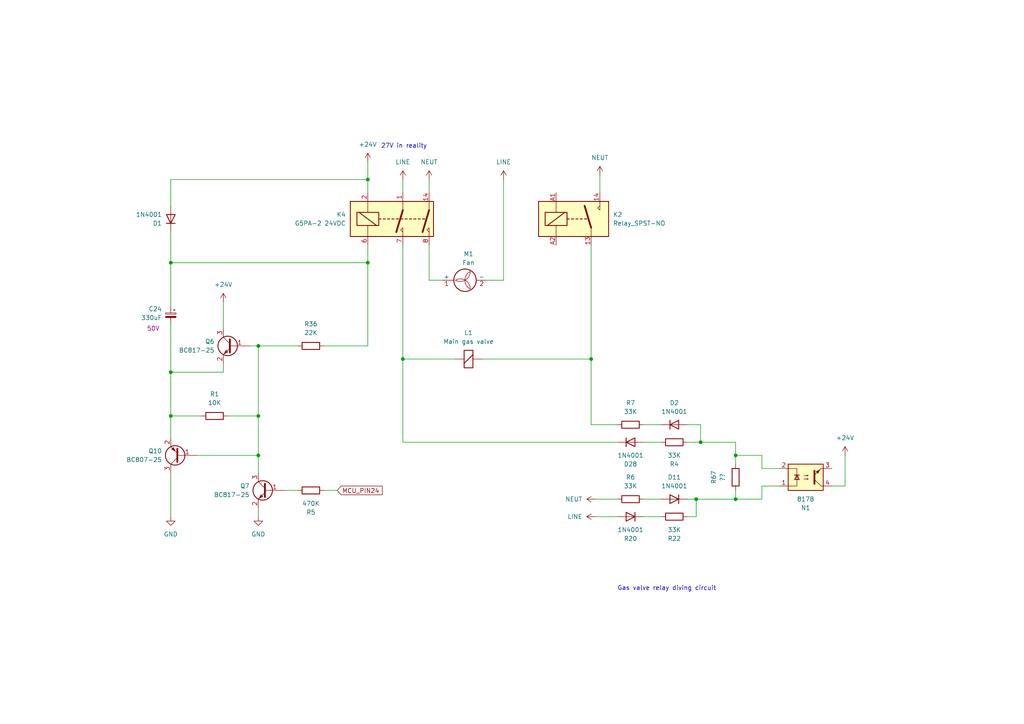
<source format=kicad_sch>
(kicad_sch (version 20230121) (generator eeschema)
  (paper "A4")
  (lib_symbols
    (symbol "Device:C_Polarized_Small" (pin_numbers hide) (pin_names (offset 0.254) hide)
      (property "Reference" "C" (at 0.254 1.778 0))
      (property "Value" "C_Polarized_Small" (at 0.254 -2.032 0))
      (symbol "C_Polarized_Small_0_1"
        (rectangle (start -1.524 -0.3048) (end 1.524 -0.6858) (fill (type outline)))
        (rectangle (start -1.524 0.6858) (end 1.524 0.3048))
        (polyline (pts (xy -1.27 1.524) (xy -0.762 1.524)))
        (polyline (pts (xy -1.016 1.27) (xy -1.016 1.778)))
      )
      (symbol "C_Polarized_Small_1_1"
        (pin passive line (at 0 2.54 270) (length 1.8542) (name "~") (number "1"))
        (pin passive line (at 0 -2.54 90) (length 1.8542) (name "~") (number "2"))
      )
    )
    (symbol "Device:ElectromagneticActor" (pin_numbers hide) (pin_names (offset 0.0254) hide)
      (property "Reference" "L" (at 1.27 3.81 0))
      (property "Value" "ElectromagneticActor" (at 1.27 -1.27 0))
      (symbol "ElectromagneticActor_0_1"
        (rectangle (start -2.54 2.54) (end 2.54 0) (stroke (width 0.254)))
        (polyline (pts (xy -1.27 2.54) (xy 1.27 0)) (stroke (width 0.254)))
      )
      (symbol "ElectromagneticActor_1_1"
        (pin passive line (at 0 5.08 270) (length 2.54) (name "-") (number "1"))
        (pin passive line (at 0 -2.54 90) (length 2.54) (name "+") (number "2"))
      )
    )
    (symbol "Device:R" (pin_numbers hide) (pin_names (offset 0))
      (property "Reference" "R" (at 2.032 0 90))
      (property "Value" "R" (at 0 0 90))
      (symbol "R_0_1"
        (rectangle (start -1.016 -2.54) (end 1.016 2.54) (stroke (width 0.254)))
      )
      (symbol "R_1_1"
        (pin passive line (at 0 3.81 270) (length 1.27) (name "~") (number "1"))
        (pin passive line (at 0 -3.81 90) (length 1.27) (name "~") (number "2"))
      )
    )
    (symbol "Diode:1N4001" (pin_numbers hide) (pin_names hide)
      (property "Reference" "D" (at 0 2.54 0))
      (property "Value" "1N4001" (at 0 -2.54 0))
      (symbol "1N4001_0_1"
        (polyline (pts (xy -1.27 1.27) (xy -1.27 -1.27)) (stroke (width 0.254)))
        (polyline (pts (xy 1.27 0) (xy -1.27 0)))
        (polyline (pts (xy 1.27 1.27) (xy 1.27 -1.27) (xy -1.27 0) (xy 1.27 1.27)) (stroke (width 0.254)))
      )
      (symbol "1N4001_1_1"
        (pin passive line (at -3.81 0 0) (length 2.54) (name "K") (number "1"))
        (pin passive line (at 3.81 0 180) (length 2.54) (name "A") (number "2"))
      )
    )
    (symbol "Isolator:EL817" (pin_names (offset 1.016))
      (property "Reference" "U" (at -5.08 5.08 0))
      (property "Value" "EL817" (at 0 5.08 0))
      (symbol "EL817_0_1"
        (rectangle (start -5.08 3.81) (end 5.08 -3.81) (stroke (width 0.254)) (fill (type background)))
        (polyline (pts (xy -3.175 -0.635) (xy -1.905 -0.635)) (stroke (width 0.254)))
        (polyline (pts (xy 2.54 0.635) (xy 4.445 2.54)))
        (polyline (pts (xy 4.445 -2.54) (xy 2.54 -0.635)) (fill (type outline)))
        (polyline (pts (xy 4.445 -2.54) (xy 5.08 -2.54)))
        (polyline (pts (xy 4.445 2.54) (xy 5.08 2.54)))
        (polyline (pts (xy -5.08 2.54) (xy -2.54 2.54) (xy -2.54 -0.635)))
        (polyline (pts (xy -2.54 -0.635) (xy -2.54 -2.54) (xy -5.08 -2.54)))
        (polyline (pts (xy 2.54 1.905) (xy 2.54 -1.905) (xy 2.54 -1.905)) (stroke (width 0.508)))
        (polyline (pts (xy -2.54 -0.635) (xy -3.175 0.635) (xy -1.905 0.635) (xy -2.54 -0.635)) (stroke (width 0.254)))
        (polyline (pts (xy -0.508 -0.508) (xy 0.762 -0.508) (xy 0.381 -0.635) (xy 0.381 -0.381) (xy 0.762 -0.508)))
        (polyline (pts (xy -0.508 0.508) (xy 0.762 0.508) (xy 0.381 0.381) (xy 0.381 0.635) (xy 0.762 0.508)))
        (polyline (pts (xy 3.048 -1.651) (xy 3.556 -1.143) (xy 4.064 -2.159) (xy 3.048 -1.651) (xy 3.048 -1.651)) (fill (type outline)))
      )
      (symbol "EL817_1_1"
        (pin passive line (at -7.62 2.54 0) (length 2.54) (name "~") (number "1"))
        (pin passive line (at -7.62 -2.54 0) (length 2.54) (name "~") (number "2"))
        (pin passive line (at 7.62 -2.54 180) (length 2.54) (name "~") (number "3"))
        (pin passive line (at 7.62 2.54 180) (length 2.54) (name "~") (number "4"))
      )
    )
    (symbol "Motor:Fan" (pin_names (offset 0))
      (property "Reference" "M" (at 2.54 5.08 0))
      (property "Value" "Fan" (at 2.54 -2.54 0))
      (symbol "Fan_0_1"
        (arc (start -2.54 -0.508) (mid 0.0028 0.9121) (end 0 3.81))
        (polyline (pts (xy 0 -5.08) (xy 0 -4.572)))
        (polyline (pts (xy 0 -2.2352) (xy 0 -2.6416)))
        (polyline (pts (xy 0 4.2672) (xy 0 4.6228)))
        (polyline (pts (xy 0 4.572) (xy 0 5.08)))
        (circle (center 0 1.016) (radius 3.2512) (stroke (width 0.254)))
        (arc (start 0 3.81) (mid 0.053 0.921) (end 2.54 -0.508))
        (arc (start 2.54 -0.508) (mid 0 1.0618) (end -2.54 -0.508))
      )
      (symbol "Fan_1_1"
        (pin passive line (at 0 7.62 270) (length 2.54) (name "+") (number "1"))
        (pin passive line (at 0 -5.08 90) (length 2.54) (name "-") (number "2"))
      )
    )
    (symbol "Relay:DIPxx-2Axx-21x"
      (property "Reference" "K" (at 12.7 3.81 0))
      (property "Value" "DIPxx-2Axx-21x" (at 12.7 1.27 0))
      (symbol "DIPxx-2Axx-21x_0_0"
        (polyline (pts (xy 2.54 5.08) (xy 2.54 2.54) (xy 1.905 3.175) (xy 2.54 3.81)))
        (polyline (pts (xy 10.16 5.08) (xy 10.16 2.54) (xy 9.525 3.175) (xy 10.16 3.81)))
      )
      (symbol "DIPxx-2Axx-21x_0_1"
        (rectangle (start -12.7 5.08) (end 11.43 -5.08) (stroke (width 0.254)) (fill (type background)))
        (rectangle (start -10.795 1.905) (end -4.445 -1.905) (stroke (width 0.254)))
        (polyline (pts (xy -10.16 -1.905) (xy -5.08 1.905)) (stroke (width 0.254)))
        (polyline (pts (xy -7.62 -5.08) (xy -7.62 -1.905)))
        (polyline (pts (xy -7.62 5.08) (xy -7.62 1.905)))
        (polyline (pts (xy -4.445 0) (xy -3.81 0)) (stroke (width 0.254)))
        (polyline (pts (xy -3.175 0) (xy -2.54 0)) (stroke (width 0.254)))
        (polyline (pts (xy -1.905 0) (xy -1.27 0)) (stroke (width 0.254)))
        (polyline (pts (xy -0.635 0) (xy 0 0)) (stroke (width 0.254)))
        (polyline (pts (xy 0.635 0) (xy 1.27 0)) (stroke (width 0.254)))
        (polyline (pts (xy 1.905 0) (xy 2.54 0)) (stroke (width 0.254)))
        (polyline (pts (xy 2.54 -2.54) (xy 0.635 3.81)) (stroke (width 0.508)))
        (polyline (pts (xy 2.54 -2.54) (xy 2.54 -5.08)))
        (polyline (pts (xy 3.175 0) (xy 3.81 0)) (stroke (width 0.254)))
        (polyline (pts (xy 4.445 0) (xy 5.08 0)) (stroke (width 0.254)))
        (polyline (pts (xy 5.715 0) (xy 6.35 0)) (stroke (width 0.254)))
        (polyline (pts (xy 6.985 0) (xy 7.62 0)) (stroke (width 0.254)))
        (polyline (pts (xy 8.255 0) (xy 8.89 0)) (stroke (width 0.254)))
        (polyline (pts (xy 10.16 -2.54) (xy 8.255 3.81)) (stroke (width 0.508)))
        (polyline (pts (xy 10.16 -2.54) (xy 10.16 -5.08)))
      )
      (symbol "DIPxx-2Axx-21x_1_1"
        (pin passive line (at 2.54 -7.62 90) (length 2.54) (name "~") (number "1"))
        (pin passive line (at 10.16 -7.62 90) (length 2.54) (name "~") (number "14"))
        (pin passive line (at -7.62 -7.62 90) (length 2.54) (name "~") (number "2"))
        (pin passive line (at -7.62 7.62 270) (length 2.54) (name "~") (number "6"))
        (pin passive line (at 2.54 7.62 270) (length 2.54) (name "~") (number "7"))
        (pin passive line (at 10.16 7.62 270) (length 2.54) (name "~") (number "8"))
      )
    )
    (symbol "Relay:Relay_SPST-NO"
      (property "Reference" "K" (at 11.43 3.81 0))
      (property "Value" "Relay_SPST-NO" (at 11.43 1.27 0))
      (symbol "Relay_SPST-NO_0_0"
        (polyline (pts (xy 7.62 5.08) (xy 7.62 2.54) (xy 6.985 3.175) (xy 7.62 3.81)))
      )
      (symbol "Relay_SPST-NO_0_1"
        (rectangle (start -10.16 5.08) (end 10.16 -5.08) (stroke (width 0.254)) (fill (type background)))
        (rectangle (start -8.255 1.905) (end -1.905 -1.905) (stroke (width 0.254)))
        (polyline (pts (xy -7.62 -1.905) (xy -2.54 1.905)) (stroke (width 0.254)))
        (polyline (pts (xy -5.08 -5.08) (xy -5.08 -1.905)))
        (polyline (pts (xy -5.08 5.08) (xy -5.08 1.905)))
        (polyline (pts (xy -1.905 0) (xy -1.27 0)) (stroke (width 0.254)))
        (polyline (pts (xy -0.635 0) (xy 0 0)) (stroke (width 0.254)))
        (polyline (pts (xy 0.635 0) (xy 1.27 0)) (stroke (width 0.254)))
        (polyline (pts (xy 1.905 0) (xy 2.54 0)) (stroke (width 0.254)))
        (polyline (pts (xy 3.175 0) (xy 3.81 0)) (stroke (width 0.254)))
        (polyline (pts (xy 5.08 -2.54) (xy 3.175 3.81)) (stroke (width 0.508)))
        (polyline (pts (xy 5.08 -2.54) (xy 5.08 -5.08)))
      )
      (symbol "Relay_SPST-NO_1_1"
        (pin passive line (at 5.08 -7.62 90) (length 2.54) (name "~") (number "13"))
        (pin passive line (at 7.62 7.62 270) (length 2.54) (name "~") (number "14"))
        (pin passive line (at -5.08 7.62 270) (length 2.54) (name "~") (number "A1"))
        (pin passive line (at -5.08 -7.62 90) (length 2.54) (name "~") (number "A2"))
      )
    )
    (symbol "Transistor_BJT:BC807" (pin_names (offset 0) hide)
      (property "Reference" "Q" (at 5.08 1.905 0))
      (property "Value" "BC807" (at 5.08 0 0))
      (symbol "BC807_0_1"
        (polyline (pts (xy 0.635 0.635) (xy 2.54 2.54)))
        (polyline (pts (xy 0.635 -0.635) (xy 2.54 -2.54) (xy 2.54 -2.54)))
        (polyline (pts (xy 0.635 1.905) (xy 0.635 -1.905) (xy 0.635 -1.905)) (stroke (width 0.508)))
        (polyline (pts (xy 2.286 -1.778) (xy 1.778 -2.286) (xy 1.27 -1.27) (xy 2.286 -1.778) (xy 2.286 -1.778)) (fill (type outline)))
        (circle (center 1.27 0) (radius 2.8194) (stroke (width 0.254)))
      )
      (symbol "BC807_1_1"
        (pin input line (at -5.08 0 0) (length 5.715) (name "B") (number "1"))
        (pin passive line (at 2.54 -5.08 90) (length 2.54) (name "E") (number "2"))
        (pin passive line (at 2.54 5.08 270) (length 2.54) (name "C") (number "3"))
      )
    )
    (symbol "Transistor_BJT:BC817" (pin_names (offset 0) hide)
      (property "Reference" "Q" (at 5.08 1.905 0))
      (property "Value" "BC817" (at 5.08 0 0))
      (symbol "BC817_0_1"
        (polyline (pts (xy 0.635 0.635) (xy 2.54 2.54)))
        (polyline (pts (xy 0.635 -0.635) (xy 2.54 -2.54) (xy 2.54 -2.54)))
        (polyline (pts (xy 0.635 1.905) (xy 0.635 -1.905) (xy 0.635 -1.905)) (stroke (width 0.508)))
        (polyline (pts (xy 1.27 -1.778) (xy 1.778 -1.27) (xy 2.286 -2.286) (xy 1.27 -1.778) (xy 1.27 -1.778)) (fill (type outline)))
        (circle (center 1.27 0) (radius 2.8194) (stroke (width 0.254)))
      )
      (symbol "BC817_1_1"
        (pin input line (at -5.08 0 0) (length 5.715) (name "B") (number "1"))
        (pin passive line (at 2.54 -5.08 90) (length 2.54) (name "E") (number "2"))
        (pin passive line (at 2.54 5.08 270) (length 2.54) (name "C") (number "3"))
      )
    )
    (symbol "power:+24V" (power) (pin_names (offset 0))
      (property "Value" "+24V" (at 0 3.556 0))
      (symbol "+24V_0_1"
        (polyline (pts (xy -0.762 1.27) (xy 0 2.54)))
        (polyline (pts (xy 0 0) (xy 0 2.54)))
        (polyline (pts (xy 0 2.54) (xy 0.762 1.27)))
      )
      (symbol "+24V_1_1"
        (pin power_in line (at 0 0 90) (length 0) hide (name "+24V") (number "1"))
      )
    )
    (symbol "power:GND" (power) (pin_names (offset 0))
      (property "Value" "GND" (at 0 -3.81 0))
      (symbol "GND_0_1"
        (polyline (pts (xy 0 0) (xy 0 -1.27) (xy 1.27 -1.27) (xy 0 -2.54) (xy -1.27 -1.27) (xy 0 -1.27)))
      )
      (symbol "GND_1_1"
        (pin power_in line (at 0 0 270) (length 0) hide (name "GND") (number "1"))
      )
    )
    (symbol "power:LINE" (power) (pin_names (offset 0))
      (property "Value" "LINE" (at 0 3.81 0))
      (symbol "LINE_0_1"
        (polyline (pts (xy -0.762 1.27) (xy 0 2.54)))
        (polyline (pts (xy 0 0) (xy 0 2.54)))
        (polyline (pts (xy 0 2.54) (xy 0.762 1.27)))
      )
      (symbol "LINE_1_1"
        (pin power_in line (at 0 0 90) (length 0) hide (name "LINE") (number "1"))
      )
    )
    (symbol "power:NEUT" (power) (pin_names (offset 0))
      (property "Value" "NEUT" (at 0 3.81 0))
      (symbol "NEUT_0_1"
        (polyline (pts (xy -0.762 1.27) (xy 0 2.54)))
        (polyline (pts (xy 0 0) (xy 0 2.54)))
        (polyline (pts (xy 0 2.54) (xy 0.762 1.27)))
      )
      (symbol "NEUT_1_1"
        (pin power_in line (at 0 0 90) (length 0) hide (name "NEUT") (number "1"))
      )
    )
  )
  (junction (at 106.68 52.07))
  (junction (at 213.36 132.08))
  (junction (at 203.2 128.27))
  (junction (at 74.93 132.08))
  (junction (at 106.68 76.2))
  (junction (at 171.45 104.14))
  (junction (at 49.53 107.95))
  (junction (at 49.53 76.2))
  (junction (at 49.53 120.65))
  (junction (at 213.36 144.78))
  (junction (at 74.93 120.65))
  (junction (at 74.93 100.33))
  (junction (at 116.84 104.14))
  (junction (at 201.93 144.78))
  (wire (pts (xy 146.05 81.28) (xy 146.05 52.07)))
  (wire (pts (xy 74.93 100.33) (xy 74.93 120.65)))
  (wire (pts (xy 57.15 132.08) (xy 74.93 132.08)))
  (wire (pts (xy 179.07 128.27) (xy 116.84 128.27)))
  (wire (pts (xy 213.36 132.08) (xy 213.36 128.27)))
  (wire (pts (xy 241.3 140.97) (xy 245.11 140.97)))
  (wire (pts (xy 49.53 107.95) (xy 64.77 107.95)))
  (wire (pts (xy 128.27 81.28) (xy 124.46 81.28)))
  (wire (pts (xy 213.36 132.08) (xy 213.36 134.62)))
  (wire (pts (xy 106.68 55.88) (xy 106.68 52.07)))
  (wire (pts (xy 74.93 132.08) (xy 74.93 120.65)))
  (wire (pts (xy 186.69 149.86) (xy 191.77 149.86)))
  (wire (pts (xy 186.69 128.27) (xy 191.77 128.27)))
  (wire (pts (xy 173.99 50.8) (xy 173.99 55.88)))
  (wire (pts (xy 186.69 144.78) (xy 191.77 144.78)))
  (wire (pts (xy 179.07 123.19) (xy 171.45 123.19)))
  (wire (pts (xy 171.45 123.19) (xy 171.45 104.14)))
  (wire (pts (xy 106.68 52.07) (xy 106.68 46.99)))
  (wire (pts (xy 106.68 52.07) (xy 49.53 52.07)))
  (wire (pts (xy 213.36 144.78) (xy 213.36 142.24)))
  (wire (pts (xy 132.08 104.14) (xy 116.84 104.14)))
  (wire (pts (xy 203.2 128.27) (xy 199.39 128.27)))
  (wire (pts (xy 93.98 142.24) (xy 97.79 142.24)))
  (wire (pts (xy 201.93 149.86) (xy 201.93 144.78)))
  (wire (pts (xy 116.84 128.27) (xy 116.84 104.14)))
  (wire (pts (xy 201.93 144.78) (xy 199.39 144.78)))
  (wire (pts (xy 201.93 144.78) (xy 213.36 144.78)))
  (wire (pts (xy 49.53 76.2) (xy 49.53 67.31)))
  (wire (pts (xy 124.46 81.28) (xy 124.46 71.12)))
  (wire (pts (xy 64.77 105.41) (xy 64.77 107.95)))
  (wire (pts (xy 199.39 149.86) (xy 201.93 149.86)))
  (wire (pts (xy 245.11 132.08) (xy 245.11 140.97)))
  (wire (pts (xy 140.97 81.28) (xy 146.05 81.28)))
  (wire (pts (xy 64.77 87.63) (xy 64.77 95.25)))
  (wire (pts (xy 186.69 123.19) (xy 191.77 123.19)))
  (wire (pts (xy 49.53 76.2) (xy 49.53 88.9)))
  (wire (pts (xy 226.06 140.97) (xy 220.98 140.97)))
  (wire (pts (xy 203.2 128.27) (xy 213.36 128.27)))
  (wire (pts (xy 49.53 120.65) (xy 49.53 127)))
  (wire (pts (xy 172.72 149.86) (xy 179.07 149.86)))
  (wire (pts (xy 49.53 52.07) (xy 49.53 59.69)))
  (wire (pts (xy 93.98 100.33) (xy 106.68 100.33)))
  (wire (pts (xy 172.72 144.78) (xy 179.07 144.78)))
  (wire (pts (xy 116.84 71.12) (xy 116.84 104.14)))
  (wire (pts (xy 220.98 132.08) (xy 213.36 132.08)))
  (wire (pts (xy 49.53 120.65) (xy 58.42 120.65)))
  (wire (pts (xy 220.98 135.89) (xy 220.98 132.08)))
  (wire (pts (xy 49.53 107.95) (xy 49.53 120.65)))
  (wire (pts (xy 106.68 100.33) (xy 106.68 76.2)))
  (wire (pts (xy 82.55 142.24) (xy 86.36 142.24)))
  (wire (pts (xy 139.7 104.14) (xy 171.45 104.14)))
  (wire (pts (xy 49.53 137.16) (xy 49.53 149.86)))
  (wire (pts (xy 226.06 135.89) (xy 220.98 135.89)))
  (wire (pts (xy 66.04 120.65) (xy 74.93 120.65)))
  (wire (pts (xy 72.39 100.33) (xy 74.93 100.33)))
  (wire (pts (xy 116.84 52.07) (xy 116.84 55.88)))
  (wire (pts (xy 74.93 147.32) (xy 74.93 149.86)))
  (wire (pts (xy 74.93 100.33) (xy 86.36 100.33)))
  (wire (pts (xy 220.98 144.78) (xy 213.36 144.78)))
  (wire (pts (xy 106.68 76.2) (xy 106.68 71.12)))
  (wire (pts (xy 203.2 123.19) (xy 203.2 128.27)))
  (wire (pts (xy 171.45 104.14) (xy 171.45 71.12)))
  (wire (pts (xy 199.39 123.19) (xy 203.2 123.19)))
  (wire (pts (xy 74.93 132.08) (xy 74.93 137.16)))
  (wire (pts (xy 49.53 76.2) (xy 106.68 76.2)))
  (wire (pts (xy 220.98 140.97) (xy 220.98 144.78)))
  (wire (pts (xy 49.53 93.98) (xy 49.53 107.95)))
  (wire (pts (xy 124.46 52.07) (xy 124.46 55.88)))
  (text "Gas valve relay diving circuit" (at 179.07 171.45 0) (effects (font (size 1.27 1.27)) (justify left bottom)))
  (text "27V in reality" (at 110.49 43.18 0) (effects (font (size 1.27 1.27)) (justify left bottom)))
  (global_label "MCU_PIN24" (shape input) (at 97.79 142.24 0) (property "Intersheetrefs" "${INTERSHEET_REFS}" (effects hide)))
  (symbol (lib_id "power:GND") (at 74.93 149.86 0) (unit 1)
    (property "Reference" "#PWR03" (effects hide))
    (property "Value" "GND" (at 74.93 154.94 0))
  )
  (symbol (lib_id "Diode:1N4001") (at 195.58 144.78 0) (mirror y) (unit 1)
    (property "Reference" "D11" (at 195.58 138.43 0))
    (property "Value" "1N4001" (at 195.58 140.97 0))
    (property "Footprint" "Diode_THT:D_DO-41_SOD81_P10.16mm_Horizontal" (effects hide))
    (property "Datasheet" "http://www.vishay.com/docs/88503/1n4001.pdf" (effects hide))
    (property "Sim.Device" "D" (effects hide))
    (property "Sim.Pins" "1=K 2=A" (effects hide))
  )
  (symbol (lib_id "power:+24V") (at 106.68 46.99 0) (mirror y) (unit 1)
    (property "Reference" "#PWR01" (effects hide))
    (property "Value" "+24V" (at 106.68 41.91 0))
  )
  (symbol (lib_id "power:NEUT") (at 172.72 144.78 90) (unit 1)
    (property "Reference" "#PWR011" (effects hide))
    (property "Value" "NEUT" (at 168.91 144.78 90) (effects (justify left)))
  )
  (symbol (lib_id "power:NEUT") (at 124.46 52.07 0) (unit 1)
    (property "Reference" "#PWR06" (effects hide))
    (property "Value" "NEUT" (at 124.46 46.99 0))
  )
  (symbol (lib_id "power:LINE") (at 146.05 52.07 0) (unit 1)
    (property "Reference" "#PWR09" (effects hide))
    (property "Value" "LINE" (at 146.05 46.99 0))
  )
  (symbol (lib_id "Device:R") (at 195.58 128.27 90) (mirror x) (unit 1)
    (property "Reference" "R4" (at 195.58 134.62 90))
    (property "Value" "33K" (at 195.58 132.08 90))
  )
  (symbol (lib_id "power:NEUT") (at 173.99 50.8 0) (unit 1)
    (property "Reference" "#PWR07" (effects hide))
    (property "Value" "NEUT" (at 173.99 45.72 0))
  )
  (symbol (lib_id "Device:R") (at 90.17 100.33 90) (unit 1)
    (property "Reference" "R36" (at 90.17 93.98 90))
    (property "Value" "22K" (at 90.17 96.52 90))
  )
  (symbol (lib_id "Transistor_BJT:BC817") (at 77.47 142.24 0) (mirror y) (unit 1)
    (property "Reference" "Q7" (at 72.39 140.97 0) (effects (justify left)))
    (property "Value" "BC817-25" (at 72.39 143.51 0) (effects (justify left)))
    (property "Footprint" "Package_TO_SOT_SMD:SOT-23" (effects hide))
    (property "Datasheet" "https://www.onsemi.com/pub/Collateral/BC818-D.pdf" (effects hide))
  )
  (symbol (lib_id "Transistor_BJT:BC807") (at 52.07 132.08 180) (unit 1)
    (property "Reference" "Q10" (at 46.99 130.81 0) (effects (justify left)))
    (property "Value" "BC807-25" (at 46.99 133.35 0) (effects (justify left)))
    (property "Footprint" "Package_TO_SOT_SMD:SOT-23" (effects hide))
    (property "Datasheet" "https://www.onsemi.com/pub/Collateral/BC808-D.pdf" (effects hide))
  )
  (symbol (lib_id "Diode:1N4001") (at 182.88 149.86 180) (unit 1)
    (property "Reference" "R20" (at 182.88 156.21 0))
    (property "Value" "1N4001" (at 182.88 153.67 0))
    (property "Footprint" "Diode_THT:D_DO-41_SOD81_P10.16mm_Horizontal" (effects hide))
    (property "Datasheet" "http://www.vishay.com/docs/88503/1n4001.pdf" (effects hide))
    (property "Sim.Device" "D" (effects hide))
    (property "Sim.Pins" "1=K 2=A" (effects hide))
  )
  (symbol (lib_id "Device:R") (at 182.88 123.19 270) (mirror x) (unit 1)
    (property "Reference" "R7" (at 182.88 116.84 90))
    (property "Value" "33K" (at 182.88 119.38 90))
  )
  (symbol (lib_id "Device:R") (at 213.36 138.43 180) (unit 1)
    (property "Reference" "R67" (at 207.01 138.43 90))
    (property "Value" "??" (at 209.55 138.43 90))
  )
  (symbol (lib_id "Device:C_Polarized_Small") (at 49.53 91.44 0) (mirror y) (unit 1)
    (property "Reference" "C24" (at 46.99 89.6239 0) (effects (justify left)))
    (property "Value" "330uF" (at 46.99 92.1639 0) (effects (justify left)))
    (property "Voltage" "50V" (at 44.45 95.25 0))
  )
  (symbol (lib_id "Diode:1N4001") (at 182.88 128.27 0) (mirror x) (unit 1)
    (property "Reference" "D28" (at 182.88 134.62 0))
    (property "Value" "1N4001" (at 182.88 132.08 0))
    (property "Footprint" "Diode_THT:D_DO-41_SOD81_P10.16mm_Horizontal" (effects hide))
    (property "Datasheet" "http://www.vishay.com/docs/88503/1n4001.pdf" (effects hide))
    (property "Sim.Device" "D" (effects hide))
    (property "Sim.Pins" "1=K 2=A" (effects hide))
  )
  (symbol (lib_id "power:+24V") (at 245.11 132.08 0) (mirror y) (unit 1)
    (property "Reference" "#PWR05" (effects hide))
    (property "Value" "+24V" (at 245.11 127 0))
  )
  (symbol (lib_id "power:LINE") (at 172.72 149.86 90) (unit 1)
    (property "Reference" "#PWR010" (effects hide))
    (property "Value" "LINE" (at 168.91 149.86 90) (effects (justify left)))
  )
  (symbol (lib_id "Transistor_BJT:BC817") (at 67.31 100.33 0) (mirror y) (unit 1)
    (property "Reference" "Q6" (at 62.23 99.06 0) (effects (justify left)))
    (property "Value" "BC817-25" (at 62.23 101.6 0) (effects (justify left)))
    (property "Footprint" "Package_TO_SOT_SMD:SOT-23" (effects hide))
    (property "Datasheet" "https://www.onsemi.com/pub/Collateral/BC818-D.pdf" (effects hide))
  )
  (symbol (lib_id "Device:R") (at 195.58 149.86 270) (unit 1)
    (property "Reference" "R22" (at 195.58 156.21 90))
    (property "Value" "33K" (at 195.58 153.67 90))
  )
  (symbol (lib_id "Diode:1N4001") (at 195.58 123.19 0) (unit 1)
    (property "Reference" "D2" (at 195.58 116.84 0))
    (property "Value" "1N4001" (at 195.58 119.38 0))
    (property "Footprint" "Diode_THT:D_DO-41_SOD81_P10.16mm_Horizontal" (effects hide))
    (property "Datasheet" "http://www.vishay.com/docs/88503/1n4001.pdf" (effects hide))
    (property "Sim.Device" "D" (effects hide))
    (property "Sim.Pins" "1=K 2=A" (effects hide))
  )
  (symbol (lib_id "Device:ElectromagneticActor") (at 134.62 104.14 270) (unit 1)
    (property "Reference" "L1" (at 135.89 96.52 90))
    (property "Value" "Main gas valve" (at 135.89 99.06 90))
  )
  (symbol (lib_id "Device:R") (at 90.17 142.24 90) (mirror x) (unit 1)
    (property "Reference" "R5" (at 90.17 148.59 90))
    (property "Value" "470K" (at 90.17 146.05 90))
  )
  (symbol (lib_id "Motor:Fan") (at 135.89 81.28 90) (unit 1)
    (property "Reference" "M1" (at 135.89 73.66 90))
    (property "Value" "Fan" (at 135.89 76.2 90))
  )
  (symbol (lib_id "Device:R") (at 182.88 144.78 270) (mirror x) (unit 1)
    (property "Reference" "R6" (at 182.88 138.43 90))
    (property "Value" "33K" (at 182.88 140.97 90))
  )
  (symbol (lib_id "power:LINE") (at 116.84 52.07 0) (unit 1)
    (property "Reference" "#PWR08" (effects hide))
    (property "Value" "LINE" (at 116.84 46.99 0))
  )
  (symbol (lib_id "power:GND") (at 49.53 149.86 0) (mirror y) (unit 1)
    (property "Reference" "#PWR02" (effects hide))
    (property "Value" "GND" (at 49.53 154.94 0))
  )
  (symbol (lib_id "power:+24V") (at 64.77 87.63 0) (unit 1)
    (property "Reference" "#PWR04" (effects hide))
    (property "Value" "+24V" (at 64.77 82.55 0))
  )
  (symbol (lib_id "Device:R") (at 62.23 120.65 270) (mirror x) (unit 1)
    (property "Reference" "R1" (at 62.23 114.3 90))
    (property "Value" "10K" (at 62.23 116.84 90))
  )
  (symbol (lib_id "Isolator:EL817") (at 233.68 138.43 0) (mirror x) (unit 1)
    (property "Reference" "N1" (at 233.68 147.32 0))
    (property "Value" "817B" (at 233.68 144.78 0))
    (property "Footprint" "Package_DIP:DIP-4_W7.62mm" (effects hide))
    (property "Datasheet" "http://www.everlight.com/file/ProductFile/EL817.pdf" (effects hide))
  )
  (symbol (lib_id "Relay:DIPxx-2Axx-21x") (at 114.3 63.5 0) (mirror x) (unit 1)
    (property "Reference" "K4" (at 100.33 62.23 0) (effects (justify right)))
    (property "Value" " G5PA-2 24VDC" (at 100.33 64.77 0) (effects (justify right)))
    (property "Footprint" "Relay_THT:Relay_StandexMeder_DIP_LowProfile" (effects hide))
    (property "Datasheet" "https://standexelectronics.com/wp-content/uploads/datasheet_reed_relay_DIP.pdf" (effects hide))
  )
  (symbol (lib_id "Diode:1N4001") (at 49.53 63.5 270) (mirror x) (unit 1)
    (property "Reference" "D1" (at 46.99 64.77 90) (effects (justify right)))
    (property "Value" "1N4001" (at 46.99 62.23 90) (effects (justify right)))
    (property "Footprint" "Diode_THT:D_DO-41_SOD81_P10.16mm_Horizontal" (effects hide))
    (property "Datasheet" "http://www.vishay.com/docs/88503/1n4001.pdf" (effects hide))
    (property "Sim.Device" "D" (effects hide))
    (property "Sim.Pins" "1=K 2=A" (effects hide))
  )
  (symbol (lib_id "Relay:Relay_SPST-NO") (at 166.37 63.5 0) (unit 1)
    (property "Reference" "K2" (at 177.8 62.23 0) (effects (justify left)))
    (property "Value" "Relay_SPST-NO" (at 177.8 64.77 0) (effects (justify left)))
  )
)
</source>
